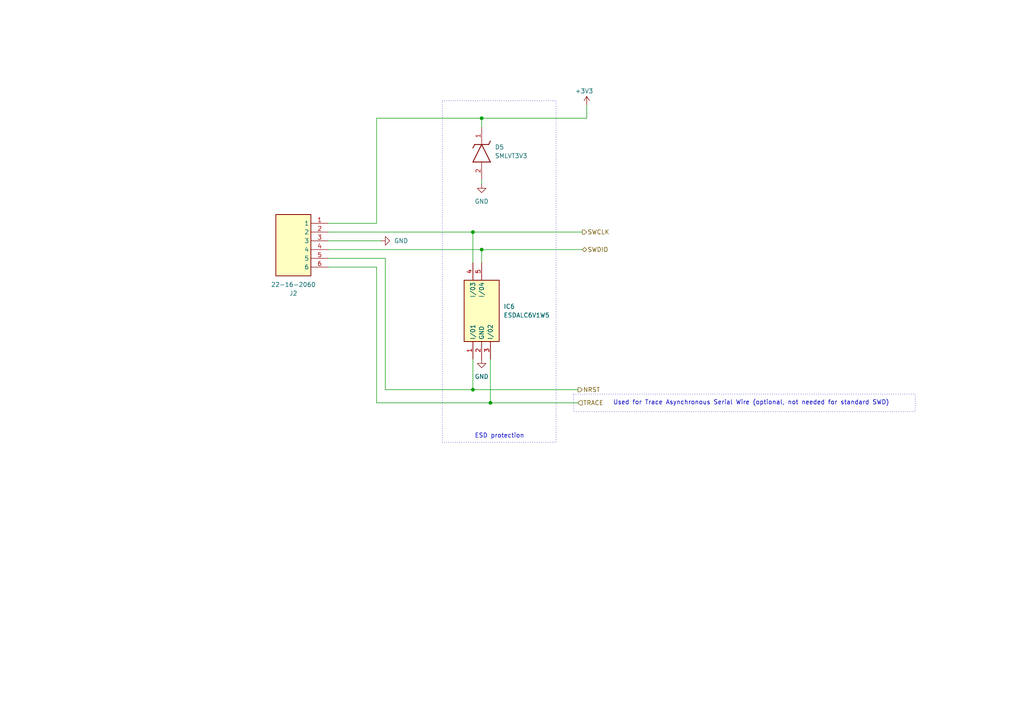
<source format=kicad_sch>
(kicad_sch
	(version 20231120)
	(generator "eeschema")
	(generator_version "8.0")
	(uuid "98f3aaa0-4aed-4c44-8cf2-e8a0100863ec")
	(paper "A4")
	(lib_symbols
		(symbol "SamacSys_Parts:22-16-2060"
			(exclude_from_sim no)
			(in_bom yes)
			(on_board yes)
			(property "Reference" "J"
				(at 16.51 7.62 0)
				(effects
					(font
						(size 1.27 1.27)
					)
					(justify left top)
				)
			)
			(property "Value" "22-16-2060"
				(at 16.51 5.08 0)
				(effects
					(font
						(size 1.27 1.27)
					)
					(justify left top)
				)
			)
			(property "Footprint" "22162060"
				(at 16.51 -94.92 0)
				(effects
					(font
						(size 1.27 1.27)
					)
					(justify left top)
					(hide yes)
				)
			)
			(property "Datasheet" "https://www.molex.com/content/dam/molex/molex-dot-com/products/automated/en-us/salesdrawingpdf/445/4455/022162060_sd.pdf?inline"
				(at 16.51 -194.92 0)
				(effects
					(font
						(size 1.27 1.27)
					)
					(justify left top)
					(hide yes)
				)
			)
			(property "Description" "CONNECTOR, RCPT, 6POS, 2.54MM"
				(at 0 0 0)
				(effects
					(font
						(size 1.27 1.27)
					)
					(hide yes)
				)
			)
			(property "Height" "8.71"
				(at 16.51 -394.92 0)
				(effects
					(font
						(size 1.27 1.27)
					)
					(justify left top)
					(hide yes)
				)
			)
			(property "Manufacturer_Name" "Molex"
				(at 16.51 -494.92 0)
				(effects
					(font
						(size 1.27 1.27)
					)
					(justify left top)
					(hide yes)
				)
			)
			(property "Manufacturer_Part_Number" "22-16-2060"
				(at 16.51 -594.92 0)
				(effects
					(font
						(size 1.27 1.27)
					)
					(justify left top)
					(hide yes)
				)
			)
			(property "Mouser Part Number" "538-22-16-2060"
				(at 16.51 -694.92 0)
				(effects
					(font
						(size 1.27 1.27)
					)
					(justify left top)
					(hide yes)
				)
			)
			(property "Mouser Price/Stock" "https://www.mouser.com/Search/Refine.aspx?Keyword=538-22-16-2060"
				(at 16.51 -794.92 0)
				(effects
					(font
						(size 1.27 1.27)
					)
					(justify left top)
					(hide yes)
				)
			)
			(property "Arrow Part Number" ""
				(at 16.51 -894.92 0)
				(effects
					(font
						(size 1.27 1.27)
					)
					(justify left top)
					(hide yes)
				)
			)
			(property "Arrow Price/Stock" ""
				(at 16.51 -994.92 0)
				(effects
					(font
						(size 1.27 1.27)
					)
					(justify left top)
					(hide yes)
				)
			)
			(symbol "22-16-2060_1_1"
				(rectangle
					(start 5.08 2.54)
					(end 15.24 -15.24)
					(stroke
						(width 0.254)
						(type default)
					)
					(fill
						(type background)
					)
				)
				(pin passive line
					(at 0 0 0)
					(length 5.08)
					(name "1"
						(effects
							(font
								(size 1.27 1.27)
							)
						)
					)
					(number "1"
						(effects
							(font
								(size 1.27 1.27)
							)
						)
					)
				)
				(pin passive line
					(at 0 -2.54 0)
					(length 5.08)
					(name "2"
						(effects
							(font
								(size 1.27 1.27)
							)
						)
					)
					(number "2"
						(effects
							(font
								(size 1.27 1.27)
							)
						)
					)
				)
				(pin passive line
					(at 0 -5.08 0)
					(length 5.08)
					(name "3"
						(effects
							(font
								(size 1.27 1.27)
							)
						)
					)
					(number "3"
						(effects
							(font
								(size 1.27 1.27)
							)
						)
					)
				)
				(pin passive line
					(at 0 -7.62 0)
					(length 5.08)
					(name "4"
						(effects
							(font
								(size 1.27 1.27)
							)
						)
					)
					(number "4"
						(effects
							(font
								(size 1.27 1.27)
							)
						)
					)
				)
				(pin passive line
					(at 0 -10.16 0)
					(length 5.08)
					(name "5"
						(effects
							(font
								(size 1.27 1.27)
							)
						)
					)
					(number "5"
						(effects
							(font
								(size 1.27 1.27)
							)
						)
					)
				)
				(pin passive line
					(at 0 -12.7 0)
					(length 5.08)
					(name "6"
						(effects
							(font
								(size 1.27 1.27)
							)
						)
					)
					(number "6"
						(effects
							(font
								(size 1.27 1.27)
							)
						)
					)
				)
			)
		)
		(symbol "SamacSys_Parts:ESDALC6V1W5"
			(exclude_from_sim no)
			(in_bom yes)
			(on_board yes)
			(property "Reference" "IC"
				(at 24.13 7.62 0)
				(effects
					(font
						(size 1.27 1.27)
					)
					(justify left top)
				)
			)
			(property "Value" "ESDALC6V1W5"
				(at 24.13 5.08 0)
				(effects
					(font
						(size 1.27 1.27)
					)
					(justify left top)
				)
			)
			(property "Footprint" "SOT65P210X110-5N"
				(at 24.13 -94.92 0)
				(effects
					(font
						(size 1.27 1.27)
					)
					(justify left top)
					(hide yes)
				)
			)
			(property "Datasheet" "http://www.st.com/web/en/resource/technical/document/datasheet/CD00002946.pdf"
				(at 24.13 -194.92 0)
				(effects
					(font
						(size 1.27 1.27)
					)
					(justify left top)
					(hide yes)
				)
			)
			(property "Description" "TVS Diode Array Uni-Directional ESDALC6V1W5 Quad, 25W, SOT-323 5-Pin"
				(at 0 0 0)
				(effects
					(font
						(size 1.27 1.27)
					)
					(hide yes)
				)
			)
			(property "Height" "1.1"
				(at 24.13 -394.92 0)
				(effects
					(font
						(size 1.27 1.27)
					)
					(justify left top)
					(hide yes)
				)
			)
			(property "Manufacturer_Name" "STMicroelectronics"
				(at 24.13 -494.92 0)
				(effects
					(font
						(size 1.27 1.27)
					)
					(justify left top)
					(hide yes)
				)
			)
			(property "Manufacturer_Part_Number" "ESDALC6V1W5"
				(at 24.13 -594.92 0)
				(effects
					(font
						(size 1.27 1.27)
					)
					(justify left top)
					(hide yes)
				)
			)
			(property "Mouser Part Number" "511-ESDALC6V1W5"
				(at 24.13 -694.92 0)
				(effects
					(font
						(size 1.27 1.27)
					)
					(justify left top)
					(hide yes)
				)
			)
			(property "Mouser Price/Stock" "https://www.mouser.co.uk/ProductDetail/STMicroelectronics/ESDALC6V1W5?qs=C%2FEejvvdwQ4xcyFnfrFaDw%3D%3D"
				(at 24.13 -794.92 0)
				(effects
					(font
						(size 1.27 1.27)
					)
					(justify left top)
					(hide yes)
				)
			)
			(property "Arrow Part Number" "ESDALC6V1W5"
				(at 24.13 -894.92 0)
				(effects
					(font
						(size 1.27 1.27)
					)
					(justify left top)
					(hide yes)
				)
			)
			(property "Arrow Price/Stock" "https://www.arrow.com/en/products/esdalc6v1w5/stmicroelectronics?utm_currency=USD&region=europe"
				(at 24.13 -994.92 0)
				(effects
					(font
						(size 1.27 1.27)
					)
					(justify left top)
					(hide yes)
				)
			)
			(symbol "ESDALC6V1W5_1_1"
				(rectangle
					(start 5.08 2.54)
					(end 22.86 -7.62)
					(stroke
						(width 0.254)
						(type default)
					)
					(fill
						(type background)
					)
				)
				(pin passive line
					(at 0 0 0)
					(length 5.08)
					(name "I/01"
						(effects
							(font
								(size 1.27 1.27)
							)
						)
					)
					(number "1"
						(effects
							(font
								(size 1.27 1.27)
							)
						)
					)
				)
				(pin passive line
					(at 0 -2.54 0)
					(length 5.08)
					(name "GND"
						(effects
							(font
								(size 1.27 1.27)
							)
						)
					)
					(number "2"
						(effects
							(font
								(size 1.27 1.27)
							)
						)
					)
				)
				(pin passive line
					(at 0 -5.08 0)
					(length 5.08)
					(name "I/02"
						(effects
							(font
								(size 1.27 1.27)
							)
						)
					)
					(number "3"
						(effects
							(font
								(size 1.27 1.27)
							)
						)
					)
				)
				(pin passive line
					(at 27.94 0 180)
					(length 5.08)
					(name "I/03"
						(effects
							(font
								(size 1.27 1.27)
							)
						)
					)
					(number "4"
						(effects
							(font
								(size 1.27 1.27)
							)
						)
					)
				)
				(pin passive line
					(at 27.94 -2.54 180)
					(length 5.08)
					(name "I/04"
						(effects
							(font
								(size 1.27 1.27)
							)
						)
					)
					(number "5"
						(effects
							(font
								(size 1.27 1.27)
							)
						)
					)
				)
			)
		)
		(symbol "SamacSys_Parts:SMLVT3V3"
			(pin_names hide)
			(exclude_from_sim no)
			(in_bom yes)
			(on_board yes)
			(property "Reference" "D"
				(at 10.16 8.89 0)
				(effects
					(font
						(size 1.27 1.27)
					)
					(justify left bottom)
				)
			)
			(property "Value" "SMLVT3V3"
				(at 10.16 6.35 0)
				(effects
					(font
						(size 1.27 1.27)
					)
					(justify left bottom)
				)
			)
			(property "Footprint" "DIOM5436X265N"
				(at 10.16 -93.65 0)
				(effects
					(font
						(size 1.27 1.27)
					)
					(justify left bottom)
					(hide yes)
				)
			)
			(property "Datasheet" "https://www.st.com/resource/en/datasheet/smlvt3v3.pdf"
				(at 10.16 -193.65 0)
				(effects
					(font
						(size 1.27 1.27)
					)
					(justify left bottom)
					(hide yes)
				)
			)
			(property "Description" "STMICROELECTRONICS - SMLVT3V3 - TVS Diode, Transil SMLV Series, Unidirectional, 3.3 V, 10.3 V, DO-214AA (SMB), 2 Pins"
				(at 0 0 0)
				(effects
					(font
						(size 1.27 1.27)
					)
					(hide yes)
				)
			)
			(property "Height" "2.65"
				(at 10.16 -393.65 0)
				(effects
					(font
						(size 1.27 1.27)
					)
					(justify left bottom)
					(hide yes)
				)
			)
			(property "Manufacturer_Name" "STMicroelectronics"
				(at 10.16 -493.65 0)
				(effects
					(font
						(size 1.27 1.27)
					)
					(justify left bottom)
					(hide yes)
				)
			)
			(property "Manufacturer_Part_Number" "SMLVT3V3"
				(at 10.16 -593.65 0)
				(effects
					(font
						(size 1.27 1.27)
					)
					(justify left bottom)
					(hide yes)
				)
			)
			(property "Mouser Part Number" "511-SMLVT3V3"
				(at 10.16 -693.65 0)
				(effects
					(font
						(size 1.27 1.27)
					)
					(justify left bottom)
					(hide yes)
				)
			)
			(property "Mouser Price/Stock" "https://www.mouser.co.uk/ProductDetail/STMicroelectronics/SMLVT3V3?qs=sepekKm5O7kuWZ9%252BIWQuxQ%3D%3D"
				(at 10.16 -793.65 0)
				(effects
					(font
						(size 1.27 1.27)
					)
					(justify left bottom)
					(hide yes)
				)
			)
			(property "Arrow Part Number" "SMLVT3V3"
				(at 10.16 -893.65 0)
				(effects
					(font
						(size 1.27 1.27)
					)
					(justify left bottom)
					(hide yes)
				)
			)
			(property "Arrow Price/Stock" "https://www.arrow.com/en/products/smlvt3v3/stmicroelectronics?region=europe"
				(at 10.16 -993.65 0)
				(effects
					(font
						(size 1.27 1.27)
					)
					(justify left bottom)
					(hide yes)
				)
			)
			(symbol "SMLVT3V3_1_1"
				(polyline
					(pts
						(xy 4.064 2.54) (xy 5.08 2.032)
					)
					(stroke
						(width 0.254)
						(type default)
					)
					(fill
						(type none)
					)
				)
				(polyline
					(pts
						(xy 5.08 -2.032) (xy 5.08 2.032)
					)
					(stroke
						(width 0.254)
						(type default)
					)
					(fill
						(type none)
					)
				)
				(polyline
					(pts
						(xy 5.08 -2.032) (xy 6.096 -2.54)
					)
					(stroke
						(width 0.254)
						(type default)
					)
					(fill
						(type none)
					)
				)
				(polyline
					(pts
						(xy 5.08 0) (xy 10.16 2.54)
					)
					(stroke
						(width 0.254)
						(type default)
					)
					(fill
						(type none)
					)
				)
				(polyline
					(pts
						(xy 10.16 -2.54) (xy 5.08 0)
					)
					(stroke
						(width 0.254)
						(type default)
					)
					(fill
						(type none)
					)
				)
				(polyline
					(pts
						(xy 10.16 -2.54) (xy 10.16 2.54)
					)
					(stroke
						(width 0.254)
						(type default)
					)
					(fill
						(type none)
					)
				)
				(pin passive line
					(at 0 0 0)
					(length 5.08)
					(name "K"
						(effects
							(font
								(size 1.27 1.27)
							)
						)
					)
					(number "1"
						(effects
							(font
								(size 1.27 1.27)
							)
						)
					)
				)
				(pin passive line
					(at 15.24 0 180)
					(length 5.08)
					(name "A"
						(effects
							(font
								(size 1.27 1.27)
							)
						)
					)
					(number "2"
						(effects
							(font
								(size 1.27 1.27)
							)
						)
					)
				)
			)
		)
		(symbol "power:+3V3"
			(power)
			(pin_numbers hide)
			(pin_names
				(offset 0) hide)
			(exclude_from_sim no)
			(in_bom yes)
			(on_board yes)
			(property "Reference" "#PWR"
				(at 0 -3.81 0)
				(effects
					(font
						(size 1.27 1.27)
					)
					(hide yes)
				)
			)
			(property "Value" "+3V3"
				(at 0 3.556 0)
				(effects
					(font
						(size 1.27 1.27)
					)
				)
			)
			(property "Footprint" ""
				(at 0 0 0)
				(effects
					(font
						(size 1.27 1.27)
					)
					(hide yes)
				)
			)
			(property "Datasheet" ""
				(at 0 0 0)
				(effects
					(font
						(size 1.27 1.27)
					)
					(hide yes)
				)
			)
			(property "Description" "Power symbol creates a global label with name \"+3V3\""
				(at 0 0 0)
				(effects
					(font
						(size 1.27 1.27)
					)
					(hide yes)
				)
			)
			(property "ki_keywords" "global power"
				(at 0 0 0)
				(effects
					(font
						(size 1.27 1.27)
					)
					(hide yes)
				)
			)
			(symbol "+3V3_0_1"
				(polyline
					(pts
						(xy -0.762 1.27) (xy 0 2.54)
					)
					(stroke
						(width 0)
						(type default)
					)
					(fill
						(type none)
					)
				)
				(polyline
					(pts
						(xy 0 0) (xy 0 2.54)
					)
					(stroke
						(width 0)
						(type default)
					)
					(fill
						(type none)
					)
				)
				(polyline
					(pts
						(xy 0 2.54) (xy 0.762 1.27)
					)
					(stroke
						(width 0)
						(type default)
					)
					(fill
						(type none)
					)
				)
			)
			(symbol "+3V3_1_1"
				(pin power_in line
					(at 0 0 90)
					(length 0)
					(name "~"
						(effects
							(font
								(size 1.27 1.27)
							)
						)
					)
					(number "1"
						(effects
							(font
								(size 1.27 1.27)
							)
						)
					)
				)
			)
		)
		(symbol "power:GND"
			(power)
			(pin_numbers hide)
			(pin_names
				(offset 0) hide)
			(exclude_from_sim no)
			(in_bom yes)
			(on_board yes)
			(property "Reference" "#PWR"
				(at 0 -6.35 0)
				(effects
					(font
						(size 1.27 1.27)
					)
					(hide yes)
				)
			)
			(property "Value" "GND"
				(at 0 -3.81 0)
				(effects
					(font
						(size 1.27 1.27)
					)
				)
			)
			(property "Footprint" ""
				(at 0 0 0)
				(effects
					(font
						(size 1.27 1.27)
					)
					(hide yes)
				)
			)
			(property "Datasheet" ""
				(at 0 0 0)
				(effects
					(font
						(size 1.27 1.27)
					)
					(hide yes)
				)
			)
			(property "Description" "Power symbol creates a global label with name \"GND\" , ground"
				(at 0 0 0)
				(effects
					(font
						(size 1.27 1.27)
					)
					(hide yes)
				)
			)
			(property "ki_keywords" "global power"
				(at 0 0 0)
				(effects
					(font
						(size 1.27 1.27)
					)
					(hide yes)
				)
			)
			(symbol "GND_0_1"
				(polyline
					(pts
						(xy 0 0) (xy 0 -1.27) (xy 1.27 -1.27) (xy 0 -2.54) (xy -1.27 -1.27) (xy 0 -1.27)
					)
					(stroke
						(width 0)
						(type default)
					)
					(fill
						(type none)
					)
				)
			)
			(symbol "GND_1_1"
				(pin power_in line
					(at 0 0 270)
					(length 0)
					(name "~"
						(effects
							(font
								(size 1.27 1.27)
							)
						)
					)
					(number "1"
						(effects
							(font
								(size 1.27 1.27)
							)
						)
					)
				)
			)
		)
	)
	(junction
		(at 139.7 34.29)
		(diameter 0)
		(color 0 0 0 0)
		(uuid "19ceaeef-cca9-4173-8254-4d34aa2c5d29")
	)
	(junction
		(at 137.16 67.31)
		(diameter 0)
		(color 0 0 0 0)
		(uuid "57b50729-d5db-4518-b439-2e6820220079")
	)
	(junction
		(at 139.7 72.39)
		(diameter 0)
		(color 0 0 0 0)
		(uuid "835db61d-2ea5-42e2-8115-6ad972dc7e08")
	)
	(junction
		(at 137.16 113.03)
		(diameter 0)
		(color 0 0 0 0)
		(uuid "ded3d262-0d79-4391-b0d0-2f6c04a6f24d")
	)
	(junction
		(at 142.24 116.84)
		(diameter 0)
		(color 0 0 0 0)
		(uuid "eb34b733-03e8-4ee4-88a5-574ed10bbb44")
	)
	(wire
		(pts
			(xy 139.7 52.07) (xy 139.7 53.34)
		)
		(stroke
			(width 0)
			(type default)
		)
		(uuid "005160f5-ccef-4cf0-ab77-e019dbfa31b4")
	)
	(wire
		(pts
			(xy 170.18 30.48) (xy 170.18 34.29)
		)
		(stroke
			(width 0)
			(type default)
		)
		(uuid "0e55ec5f-0e0f-41a9-a036-66cbbe58fcc6")
	)
	(wire
		(pts
			(xy 137.16 104.14) (xy 137.16 113.03)
		)
		(stroke
			(width 0)
			(type default)
		)
		(uuid "1338fbed-df4f-4f28-891b-286588838483")
	)
	(wire
		(pts
			(xy 95.25 67.31) (xy 137.16 67.31)
		)
		(stroke
			(width 0)
			(type default)
		)
		(uuid "21a81b95-270f-4590-9ea8-395bf8f87910")
	)
	(wire
		(pts
			(xy 142.24 116.84) (xy 167.64 116.84)
		)
		(stroke
			(width 0)
			(type default)
		)
		(uuid "2a8dc755-f357-44d4-9b83-c2db41404eb0")
	)
	(wire
		(pts
			(xy 137.16 67.31) (xy 168.91 67.31)
		)
		(stroke
			(width 0)
			(type default)
		)
		(uuid "2f80e080-367e-4ca0-8aeb-e08d4c112703")
	)
	(wire
		(pts
			(xy 109.22 77.47) (xy 95.25 77.47)
		)
		(stroke
			(width 0)
			(type default)
		)
		(uuid "384debb4-a0bd-4467-a734-65c5385af121")
	)
	(wire
		(pts
			(xy 137.16 113.03) (xy 167.64 113.03)
		)
		(stroke
			(width 0)
			(type default)
		)
		(uuid "5ecbe97a-9729-4d78-b41c-0a6055c82d8d")
	)
	(wire
		(pts
			(xy 109.22 116.84) (xy 142.24 116.84)
		)
		(stroke
			(width 0)
			(type default)
		)
		(uuid "60a73ae2-7b16-46d5-a6f6-d3385a5848bb")
	)
	(wire
		(pts
			(xy 139.7 72.39) (xy 168.91 72.39)
		)
		(stroke
			(width 0)
			(type default)
		)
		(uuid "610eed85-4268-49c4-8d3a-3a002762f32e")
	)
	(wire
		(pts
			(xy 139.7 72.39) (xy 139.7 76.2)
		)
		(stroke
			(width 0)
			(type default)
		)
		(uuid "615fd6b3-5362-4f68-bb33-a3b3e9c8af1f")
	)
	(wire
		(pts
			(xy 139.7 36.83) (xy 139.7 34.29)
		)
		(stroke
			(width 0)
			(type default)
		)
		(uuid "61e37893-3b6b-4870-b711-adb9d0b7bfa7")
	)
	(wire
		(pts
			(xy 111.76 74.93) (xy 111.76 113.03)
		)
		(stroke
			(width 0)
			(type default)
		)
		(uuid "7b77b97f-2097-443b-9cb0-ef48551025a7")
	)
	(wire
		(pts
			(xy 109.22 116.84) (xy 109.22 77.47)
		)
		(stroke
			(width 0)
			(type default)
		)
		(uuid "a7d43328-17c7-435c-9103-6c43a0019a0d")
	)
	(wire
		(pts
			(xy 109.22 34.29) (xy 139.7 34.29)
		)
		(stroke
			(width 0)
			(type default)
		)
		(uuid "afdcf8ed-4a02-4118-a4cb-a0eba46fac74")
	)
	(wire
		(pts
			(xy 139.7 34.29) (xy 170.18 34.29)
		)
		(stroke
			(width 0)
			(type default)
		)
		(uuid "b95d0b3f-5fbd-4584-9ce9-be841b6f9360")
	)
	(wire
		(pts
			(xy 95.25 74.93) (xy 111.76 74.93)
		)
		(stroke
			(width 0)
			(type default)
		)
		(uuid "c88f07ef-73da-49bf-a77a-1ed1e5384df1")
	)
	(wire
		(pts
			(xy 142.24 104.14) (xy 142.24 116.84)
		)
		(stroke
			(width 0)
			(type default)
		)
		(uuid "cb1a6b11-522b-4b13-8566-f2bf5052c0d5")
	)
	(wire
		(pts
			(xy 95.25 64.77) (xy 109.22 64.77)
		)
		(stroke
			(width 0)
			(type default)
		)
		(uuid "cda03e7b-ce54-4b93-86df-32b901c62182")
	)
	(wire
		(pts
			(xy 137.16 67.31) (xy 137.16 76.2)
		)
		(stroke
			(width 0)
			(type default)
		)
		(uuid "d9fa2fd0-2e03-4fb5-b236-52cba2fbba52")
	)
	(wire
		(pts
			(xy 95.25 69.85) (xy 110.49 69.85)
		)
		(stroke
			(width 0)
			(type default)
		)
		(uuid "dc0d2196-20e6-4701-833f-7d54e4148cd2")
	)
	(wire
		(pts
			(xy 111.76 113.03) (xy 137.16 113.03)
		)
		(stroke
			(width 0)
			(type default)
		)
		(uuid "e02e9bb0-5eb7-4bfa-9054-4a906765bbf0")
	)
	(wire
		(pts
			(xy 95.25 72.39) (xy 139.7 72.39)
		)
		(stroke
			(width 0)
			(type default)
		)
		(uuid "e0a6495f-779e-41d9-b864-393d4904fda8")
	)
	(wire
		(pts
			(xy 109.22 64.77) (xy 109.22 34.29)
		)
		(stroke
			(width 0)
			(type default)
		)
		(uuid "ef3896ca-edf0-487a-88cb-ef6f6df7172f")
	)
	(rectangle
		(start 128.27 29.21)
		(end 161.29 128.27)
		(stroke
			(width 0)
			(type dot)
		)
		(fill
			(type none)
		)
		(uuid 2345a537-aeb6-42c1-9c54-7958ceed711f)
	)
	(rectangle
		(start 166.37 114.3)
		(end 265.43 119.38)
		(stroke
			(width 0)
			(type dot)
		)
		(fill
			(type none)
		)
		(uuid 45f949fd-eeea-424a-b193-db469927a2d3)
	)
	(text "ESD protection"
		(exclude_from_sim no)
		(at 137.668 126.492 0)
		(effects
			(font
				(size 1.27 1.27)
			)
			(justify left)
		)
		(uuid "cd312894-616e-41b1-941d-d2812d320a91")
	)
	(text "Used for Trace Asynchronous Serial Wire (optional, not needed for standard SWD)"
		(exclude_from_sim no)
		(at 177.8 116.84 0)
		(effects
			(font
				(size 1.27 1.27)
			)
			(justify left)
		)
		(uuid "f6c740a9-1110-4539-8d8a-13f842f08956")
	)
	(hierarchical_label "TRACE"
		(shape input)
		(at 167.64 116.84 0)
		(effects
			(font
				(size 1.27 1.27)
			)
			(justify left)
		)
		(uuid "70e0370f-fe52-4b66-bd1f-ca5cfb04a2e5")
	)
	(hierarchical_label "NRST"
		(shape output)
		(at 167.64 113.03 0)
		(effects
			(font
				(size 1.27 1.27)
			)
			(justify left)
		)
		(uuid "8cf307f3-56eb-4b7d-acbd-44818a85e5d6")
	)
	(hierarchical_label "SWDIO"
		(shape bidirectional)
		(at 168.91 72.39 0)
		(effects
			(font
				(size 1.27 1.27)
			)
			(justify left)
		)
		(uuid "c9e8142f-10d8-4cca-907c-6faadcb986c0")
	)
	(hierarchical_label "SWCLK"
		(shape output)
		(at 168.91 67.31 0)
		(effects
			(font
				(size 1.27 1.27)
			)
			(justify left)
		)
		(uuid "e07f5360-91cb-4d91-a868-21b2cb8f8965")
	)
	(symbol
		(lib_id "power:GND")
		(at 139.7 104.14 0)
		(unit 1)
		(exclude_from_sim no)
		(in_bom yes)
		(on_board yes)
		(dnp no)
		(fields_autoplaced yes)
		(uuid "33f9b917-eca7-4857-970c-f4ba0dcd90f1")
		(property "Reference" "#PWR028"
			(at 139.7 110.49 0)
			(effects
				(font
					(size 1.27 1.27)
				)
				(hide yes)
			)
		)
		(property "Value" "GND"
			(at 139.7 109.22 0)
			(effects
				(font
					(size 1.27 1.27)
				)
			)
		)
		(property "Footprint" ""
			(at 139.7 104.14 0)
			(effects
				(font
					(size 1.27 1.27)
				)
				(hide yes)
			)
		)
		(property "Datasheet" ""
			(at 139.7 104.14 0)
			(effects
				(font
					(size 1.27 1.27)
				)
				(hide yes)
			)
		)
		(property "Description" "Power symbol creates a global label with name \"GND\" , ground"
			(at 139.7 104.14 0)
			(effects
				(font
					(size 1.27 1.27)
				)
				(hide yes)
			)
		)
		(pin "1"
			(uuid "e569fba9-6bfb-4d16-bb49-542d6a2572f0")
		)
		(instances
			(project "obvod"
				(path "/e8e834c4-1afb-42f7-b718-3cb720dae1d5/d3fe727f-e59c-4b25-a97d-baf79ecd8dec"
					(reference "#PWR028")
					(unit 1)
				)
			)
		)
	)
	(symbol
		(lib_id "SamacSys_Parts:ESDALC6V1W5")
		(at 137.16 104.14 90)
		(unit 1)
		(exclude_from_sim no)
		(in_bom yes)
		(on_board yes)
		(dnp no)
		(fields_autoplaced yes)
		(uuid "423f0bfb-2133-4525-bba0-e94178db512d")
		(property "Reference" "IC6"
			(at 146.05 88.8999 90)
			(effects
				(font
					(size 1.27 1.27)
				)
				(justify right)
			)
		)
		(property "Value" "ESDALC6V1W5"
			(at 146.05 91.4399 90)
			(effects
				(font
					(size 1.27 1.27)
				)
				(justify right)
			)
		)
		(property "Footprint" "SOT65P210X110-5N"
			(at 232.08 80.01 0)
			(effects
				(font
					(size 1.27 1.27)
				)
				(justify left top)
				(hide yes)
			)
		)
		(property "Datasheet" "http://www.st.com/web/en/resource/technical/document/datasheet/CD00002946.pdf"
			(at 332.08 80.01 0)
			(effects
				(font
					(size 1.27 1.27)
				)
				(justify left top)
				(hide yes)
			)
		)
		(property "Description" "TVS Diode Array Uni-Directional ESDALC6V1W5 Quad, 25W, SOT-323 5-Pin"
			(at 137.16 104.14 0)
			(effects
				(font
					(size 1.27 1.27)
				)
				(hide yes)
			)
		)
		(property "Height" "1.1"
			(at 532.08 80.01 0)
			(effects
				(font
					(size 1.27 1.27)
				)
				(justify left top)
				(hide yes)
			)
		)
		(property "Manufacturer_Name" "STMicroelectronics"
			(at 632.08 80.01 0)
			(effects
				(font
					(size 1.27 1.27)
				)
				(justify left top)
				(hide yes)
			)
		)
		(property "Manufacturer_Part_Number" "ESDALC6V1W5"
			(at 732.08 80.01 0)
			(effects
				(font
					(size 1.27 1.27)
				)
				(justify left top)
				(hide yes)
			)
		)
		(property "Mouser Part Number" "511-ESDALC6V1W5"
			(at 832.08 80.01 0)
			(effects
				(font
					(size 1.27 1.27)
				)
				(justify left top)
				(hide yes)
			)
		)
		(property "Mouser Price/Stock" "https://www.mouser.co.uk/ProductDetail/STMicroelectronics/ESDALC6V1W5?qs=C%2FEejvvdwQ4xcyFnfrFaDw%3D%3D"
			(at 932.08 80.01 0)
			(effects
				(font
					(size 1.27 1.27)
				)
				(justify left top)
				(hide yes)
			)
		)
		(property "Arrow Part Number" "ESDALC6V1W5"
			(at 1032.08 80.01 0)
			(effects
				(font
					(size 1.27 1.27)
				)
				(justify left top)
				(hide yes)
			)
		)
		(property "Arrow Price/Stock" "https://www.arrow.com/en/products/esdalc6v1w5/stmicroelectronics?utm_currency=USD&region=europe"
			(at 1132.08 80.01 0)
			(effects
				(font
					(size 1.27 1.27)
				)
				(justify left top)
				(hide yes)
			)
		)
		(pin "1"
			(uuid "316d2056-1079-4ded-a44a-089c8e6892ff")
		)
		(pin "5"
			(uuid "a289e270-ba72-497a-bc62-8e8c4e1dc67b")
		)
		(pin "3"
			(uuid "2d4cb08e-328d-4829-b1cc-c2af250a43e3")
		)
		(pin "2"
			(uuid "7c2fcb47-9c62-4d82-b9fe-95f45a8cc271")
		)
		(pin "4"
			(uuid "3685556e-03a7-498c-b576-d21c1dddea92")
		)
		(instances
			(project "obvod"
				(path "/e8e834c4-1afb-42f7-b718-3cb720dae1d5/d3fe727f-e59c-4b25-a97d-baf79ecd8dec"
					(reference "IC6")
					(unit 1)
				)
			)
		)
	)
	(symbol
		(lib_id "power:GND")
		(at 139.7 53.34 0)
		(unit 1)
		(exclude_from_sim no)
		(in_bom yes)
		(on_board yes)
		(dnp no)
		(fields_autoplaced yes)
		(uuid "4d271392-da76-44b5-8aa3-fc309b4d8678")
		(property "Reference" "#PWR027"
			(at 139.7 59.69 0)
			(effects
				(font
					(size 1.27 1.27)
				)
				(hide yes)
			)
		)
		(property "Value" "GND"
			(at 139.7 58.42 0)
			(effects
				(font
					(size 1.27 1.27)
				)
			)
		)
		(property "Footprint" ""
			(at 139.7 53.34 0)
			(effects
				(font
					(size 1.27 1.27)
				)
				(hide yes)
			)
		)
		(property "Datasheet" ""
			(at 139.7 53.34 0)
			(effects
				(font
					(size 1.27 1.27)
				)
				(hide yes)
			)
		)
		(property "Description" "Power symbol creates a global label with name \"GND\" , ground"
			(at 139.7 53.34 0)
			(effects
				(font
					(size 1.27 1.27)
				)
				(hide yes)
			)
		)
		(pin "1"
			(uuid "b917536b-00bc-4e5c-8f66-21fd981cc32c")
		)
		(instances
			(project "obvod"
				(path "/e8e834c4-1afb-42f7-b718-3cb720dae1d5/d3fe727f-e59c-4b25-a97d-baf79ecd8dec"
					(reference "#PWR027")
					(unit 1)
				)
			)
		)
	)
	(symbol
		(lib_id "SamacSys_Parts:22-16-2060")
		(at 95.25 64.77 0)
		(mirror y)
		(unit 1)
		(exclude_from_sim no)
		(in_bom yes)
		(on_board yes)
		(dnp no)
		(uuid "89a6b4cf-2cae-48b6-8962-82c72cf1975c")
		(property "Reference" "J2"
			(at 85.09 85.09 0)
			(effects
				(font
					(size 1.27 1.27)
				)
			)
		)
		(property "Value" "22-16-2060"
			(at 85.09 82.55 0)
			(effects
				(font
					(size 1.27 1.27)
				)
			)
		)
		(property "Footprint" "22162060"
			(at 78.74 159.69 0)
			(effects
				(font
					(size 1.27 1.27)
				)
				(justify left top)
				(hide yes)
			)
		)
		(property "Datasheet" "https://www.molex.com/content/dam/molex/molex-dot-com/products/automated/en-us/salesdrawingpdf/445/4455/022162060_sd.pdf?inline"
			(at 78.74 259.69 0)
			(effects
				(font
					(size 1.27 1.27)
				)
				(justify left top)
				(hide yes)
			)
		)
		(property "Description" "CONNECTOR, RCPT, 6POS, 2.54MM"
			(at 95.25 64.77 0)
			(effects
				(font
					(size 1.27 1.27)
				)
				(hide yes)
			)
		)
		(property "Height" "8.71"
			(at 78.74 459.69 0)
			(effects
				(font
					(size 1.27 1.27)
				)
				(justify left top)
				(hide yes)
			)
		)
		(property "Manufacturer_Name" "Molex"
			(at 78.74 559.69 0)
			(effects
				(font
					(size 1.27 1.27)
				)
				(justify left top)
				(hide yes)
			)
		)
		(property "Manufacturer_Part_Number" "22-16-2060"
			(at 78.74 659.69 0)
			(effects
				(font
					(size 1.27 1.27)
				)
				(justify left top)
				(hide yes)
			)
		)
		(property "Mouser Part Number" "538-22-16-2060"
			(at 78.74 759.69 0)
			(effects
				(font
					(size 1.27 1.27)
				)
				(justify left top)
				(hide yes)
			)
		)
		(property "Mouser Price/Stock" "https://www.mouser.com/Search/Refine.aspx?Keyword=538-22-16-2060"
			(at 78.74 859.69 0)
			(effects
				(font
					(size 1.27 1.27)
				)
				(justify left top)
				(hide yes)
			)
		)
		(property "Arrow Part Number" ""
			(at 78.74 959.69 0)
			(effects
				(font
					(size 1.27 1.27)
				)
				(justify left top)
				(hide yes)
			)
		)
		(property "Arrow Price/Stock" ""
			(at 78.74 1059.69 0)
			(effects
				(font
					(size 1.27 1.27)
				)
				(justify left top)
				(hide yes)
			)
		)
		(pin "4"
			(uuid "d66065a6-f1fd-4d87-aaac-3e816cbdb424")
		)
		(pin "6"
			(uuid "c83f8e8a-d54e-4ad8-88dc-2fa6f345b15c")
		)
		(pin "3"
			(uuid "5cd74d43-db2d-4d8c-a698-d932fde8666c")
		)
		(pin "2"
			(uuid "90f1d418-4f55-43db-8fd9-ca7e6fbbe7fe")
		)
		(pin "1"
			(uuid "b9a6bff2-3266-4d07-b1dc-369e5b6d9fab")
		)
		(pin "5"
			(uuid "f07cdde2-3539-4aae-b027-05361e3d936d")
		)
		(instances
			(project ""
				(path "/e8e834c4-1afb-42f7-b718-3cb720dae1d5/d3fe727f-e59c-4b25-a97d-baf79ecd8dec"
					(reference "J2")
					(unit 1)
				)
			)
		)
	)
	(symbol
		(lib_id "SamacSys_Parts:SMLVT3V3")
		(at 139.7 36.83 270)
		(unit 1)
		(exclude_from_sim no)
		(in_bom yes)
		(on_board yes)
		(dnp no)
		(fields_autoplaced yes)
		(uuid "a624e711-1b66-4eda-93cd-1d287d9822f8")
		(property "Reference" "D5"
			(at 143.51 42.6719 90)
			(effects
				(font
					(size 1.27 1.27)
				)
				(justify left)
			)
		)
		(property "Value" "SMLVT3V3"
			(at 143.51 45.2119 90)
			(effects
				(font
					(size 1.27 1.27)
				)
				(justify left)
			)
		)
		(property "Footprint" "DIOM5436X265N"
			(at 46.05 46.99 0)
			(effects
				(font
					(size 1.27 1.27)
				)
				(justify left bottom)
				(hide yes)
			)
		)
		(property "Datasheet" "https://www.st.com/resource/en/datasheet/smlvt3v3.pdf"
			(at -53.95 46.99 0)
			(effects
				(font
					(size 1.27 1.27)
				)
				(justify left bottom)
				(hide yes)
			)
		)
		(property "Description" "STMICROELECTRONICS - SMLVT3V3 - TVS Diode, Transil SMLV Series, Unidirectional, 3.3 V, 10.3 V, DO-214AA (SMB), 2 Pins"
			(at 139.7 36.83 0)
			(effects
				(font
					(size 1.27 1.27)
				)
				(hide yes)
			)
		)
		(property "Height" "2.65"
			(at -253.95 46.99 0)
			(effects
				(font
					(size 1.27 1.27)
				)
				(justify left bottom)
				(hide yes)
			)
		)
		(property "Manufacturer_Name" "STMicroelectronics"
			(at -353.95 46.99 0)
			(effects
				(font
					(size 1.27 1.27)
				)
				(justify left bottom)
				(hide yes)
			)
		)
		(property "Manufacturer_Part_Number" "SMLVT3V3"
			(at -453.95 46.99 0)
			(effects
				(font
					(size 1.27 1.27)
				)
				(justify left bottom)
				(hide yes)
			)
		)
		(property "Mouser Part Number" "511-SMLVT3V3"
			(at -553.95 46.99 0)
			(effects
				(font
					(size 1.27 1.27)
				)
				(justify left bottom)
				(hide yes)
			)
		)
		(property "Mouser Price/Stock" "https://www.mouser.co.uk/ProductDetail/STMicroelectronics/SMLVT3V3?qs=sepekKm5O7kuWZ9%252BIWQuxQ%3D%3D"
			(at -653.95 46.99 0)
			(effects
				(font
					(size 1.27 1.27)
				)
				(justify left bottom)
				(hide yes)
			)
		)
		(property "Arrow Part Number" "SMLVT3V3"
			(at -753.95 46.99 0)
			(effects
				(font
					(size 1.27 1.27)
				)
				(justify left bottom)
				(hide yes)
			)
		)
		(property "Arrow Price/Stock" "https://www.arrow.com/en/products/smlvt3v3/stmicroelectronics?region=europe"
			(at -853.95 46.99 0)
			(effects
				(font
					(size 1.27 1.27)
				)
				(justify left bottom)
				(hide yes)
			)
		)
		(pin "1"
			(uuid "743e3b60-ca46-4daf-8b86-e19d6d69f91d")
		)
		(pin "2"
			(uuid "b673aaf3-8951-4d45-8a79-6b09372028c1")
		)
		(instances
			(project "obvod"
				(path "/e8e834c4-1afb-42f7-b718-3cb720dae1d5/d3fe727f-e59c-4b25-a97d-baf79ecd8dec"
					(reference "D5")
					(unit 1)
				)
			)
		)
	)
	(symbol
		(lib_id "power:GND")
		(at 110.49 69.85 90)
		(unit 1)
		(exclude_from_sim no)
		(in_bom yes)
		(on_board yes)
		(dnp no)
		(fields_autoplaced yes)
		(uuid "c1d066f7-9c28-44e7-b04e-1048b0a0e96a")
		(property "Reference" "#PWR013"
			(at 116.84 69.85 0)
			(effects
				(font
					(size 1.27 1.27)
				)
				(hide yes)
			)
		)
		(property "Value" "GND"
			(at 114.3 69.8499 90)
			(effects
				(font
					(size 1.27 1.27)
				)
				(justify right)
			)
		)
		(property "Footprint" ""
			(at 110.49 69.85 0)
			(effects
				(font
					(size 1.27 1.27)
				)
				(hide yes)
			)
		)
		(property "Datasheet" ""
			(at 110.49 69.85 0)
			(effects
				(font
					(size 1.27 1.27)
				)
				(hide yes)
			)
		)
		(property "Description" "Power symbol creates a global label with name \"GND\" , ground"
			(at 110.49 69.85 0)
			(effects
				(font
					(size 1.27 1.27)
				)
				(hide yes)
			)
		)
		(pin "1"
			(uuid "7cd583fa-2acb-43db-aaa3-0c2aca7b717a")
		)
		(instances
			(project ""
				(path "/e8e834c4-1afb-42f7-b718-3cb720dae1d5/d3fe727f-e59c-4b25-a97d-baf79ecd8dec"
					(reference "#PWR013")
					(unit 1)
				)
			)
		)
	)
	(symbol
		(lib_id "power:+3V3")
		(at 170.18 30.48 0)
		(unit 1)
		(exclude_from_sim no)
		(in_bom yes)
		(on_board yes)
		(dnp no)
		(uuid "d0d2f0a0-2d39-477c-b51e-179f40f26e3e")
		(property "Reference" "#PWR069"
			(at 170.18 34.29 0)
			(effects
				(font
					(size 1.27 1.27)
				)
				(hide yes)
			)
		)
		(property "Value" "+3V3"
			(at 169.418 26.416 0)
			(effects
				(font
					(size 1.27 1.27)
				)
			)
		)
		(property "Footprint" ""
			(at 170.18 30.48 0)
			(effects
				(font
					(size 1.27 1.27)
				)
				(hide yes)
			)
		)
		(property "Datasheet" ""
			(at 170.18 30.48 0)
			(effects
				(font
					(size 1.27 1.27)
				)
				(hide yes)
			)
		)
		(property "Description" "Power symbol creates a global label with name \"+3V3\""
			(at 170.18 30.48 0)
			(effects
				(font
					(size 1.27 1.27)
				)
				(hide yes)
			)
		)
		(pin "1"
			(uuid "101d2f9b-4fa2-485c-b205-88dcaf091f28")
		)
		(instances
			(project "obvod"
				(path "/e8e834c4-1afb-42f7-b718-3cb720dae1d5/d3fe727f-e59c-4b25-a97d-baf79ecd8dec"
					(reference "#PWR069")
					(unit 1)
				)
			)
		)
	)
)

</source>
